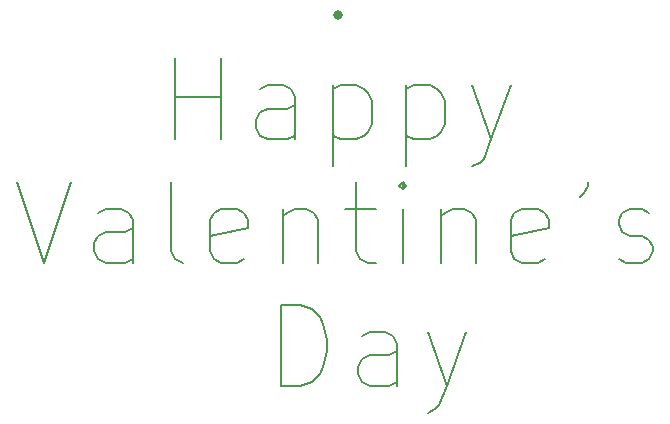
<source format=gbr>
G04 #@! TF.GenerationSoftware,KiCad,Pcbnew,(6.0.0-rc1-dev-305-gf0b8b21)*
G04 #@! TF.CreationDate,2020-02-04T16:23:11-08:00*
G04 #@! TF.ProjectId,Citlaly's Surprise,4369746C616C79277320537572707269,rev?*
G04 #@! TF.SameCoordinates,Original*
G04 #@! TF.FileFunction,Copper,L1,Top,Signal*
G04 #@! TF.FilePolarity,Positive*
%FSLAX46Y46*%
G04 Gerber Fmt 4.6, Leading zero omitted, Abs format (unit mm)*
G04 Created by KiCad (PCBNEW (6.0.0-rc1-dev-305-gf0b8b21)) date Tuesday, February 04, 2020 at 04:23:11 PM*
%MOMM*%
%LPD*%
G01*
G04 APERTURE LIST*
G04 #@! TA.AperFunction,NonConductor*
%ADD10C,0.150000*%
G04 #@! TD*
G04 #@! TA.AperFunction,ViaPad*
%ADD11C,0.800000*%
G04 #@! TD*
G04 APERTURE END LIST*
D10*
X150259142Y-73056428D02*
X150259142Y-66198428D01*
X150259142Y-69464142D02*
X154178000Y-69464142D01*
X154178000Y-73056428D02*
X154178000Y-66198428D01*
X160382857Y-73056428D02*
X160382857Y-69464142D01*
X160056285Y-68811000D01*
X159403142Y-68484428D01*
X158096857Y-68484428D01*
X157443714Y-68811000D01*
X160382857Y-72729857D02*
X159729714Y-73056428D01*
X158096857Y-73056428D01*
X157443714Y-72729857D01*
X157117142Y-72076714D01*
X157117142Y-71423571D01*
X157443714Y-70770428D01*
X158096857Y-70443857D01*
X159729714Y-70443857D01*
X160382857Y-70117285D01*
X163648571Y-68484428D02*
X163648571Y-75342428D01*
X163648571Y-68811000D02*
X164301714Y-68484428D01*
X165608000Y-68484428D01*
X166261142Y-68811000D01*
X166587714Y-69137571D01*
X166914285Y-69790714D01*
X166914285Y-71750142D01*
X166587714Y-72403285D01*
X166261142Y-72729857D01*
X165608000Y-73056428D01*
X164301714Y-73056428D01*
X163648571Y-72729857D01*
X169853428Y-68484428D02*
X169853428Y-75342428D01*
X169853428Y-68811000D02*
X170506571Y-68484428D01*
X171812857Y-68484428D01*
X172466000Y-68811000D01*
X172792571Y-69137571D01*
X173119142Y-69790714D01*
X173119142Y-71750142D01*
X172792571Y-72403285D01*
X172466000Y-72729857D01*
X171812857Y-73056428D01*
X170506571Y-73056428D01*
X169853428Y-72729857D01*
X175405142Y-68484428D02*
X177038000Y-73056428D01*
X178670857Y-68484428D02*
X177038000Y-73056428D01*
X176384857Y-74689285D01*
X176058285Y-75015857D01*
X175405142Y-75342428D01*
X136869714Y-76635428D02*
X139155714Y-83493428D01*
X141441714Y-76635428D01*
X146666857Y-83493428D02*
X146666857Y-79901142D01*
X146340285Y-79248000D01*
X145687142Y-78921428D01*
X144380857Y-78921428D01*
X143727714Y-79248000D01*
X146666857Y-83166857D02*
X146013714Y-83493428D01*
X144380857Y-83493428D01*
X143727714Y-83166857D01*
X143401142Y-82513714D01*
X143401142Y-81860571D01*
X143727714Y-81207428D01*
X144380857Y-80880857D01*
X146013714Y-80880857D01*
X146666857Y-80554285D01*
X150912285Y-83493428D02*
X150259142Y-83166857D01*
X149932571Y-82513714D01*
X149932571Y-76635428D01*
X156137428Y-83166857D02*
X155484285Y-83493428D01*
X154178000Y-83493428D01*
X153524857Y-83166857D01*
X153198285Y-82513714D01*
X153198285Y-79901142D01*
X153524857Y-79248000D01*
X154178000Y-78921428D01*
X155484285Y-78921428D01*
X156137428Y-79248000D01*
X156464000Y-79901142D01*
X156464000Y-80554285D01*
X153198285Y-81207428D01*
X159403142Y-78921428D02*
X159403142Y-83493428D01*
X159403142Y-79574571D02*
X159729714Y-79248000D01*
X160382857Y-78921428D01*
X161362571Y-78921428D01*
X162015714Y-79248000D01*
X162342285Y-79901142D01*
X162342285Y-83493428D01*
X164628285Y-78921428D02*
X167240857Y-78921428D01*
X165608000Y-76635428D02*
X165608000Y-82513714D01*
X165934571Y-83166857D01*
X166587714Y-83493428D01*
X167240857Y-83493428D01*
X169526857Y-83493428D02*
X169526857Y-78921428D01*
X169526857Y-76635428D02*
X169200285Y-76962000D01*
X169526857Y-77288571D01*
X169853428Y-76962000D01*
X169526857Y-76635428D01*
X169526857Y-77288571D01*
X172792571Y-78921428D02*
X172792571Y-83493428D01*
X172792571Y-79574571D02*
X173119142Y-79248000D01*
X173772285Y-78921428D01*
X174752000Y-78921428D01*
X175405142Y-79248000D01*
X175731714Y-79901142D01*
X175731714Y-83493428D01*
X181610000Y-83166857D02*
X180956857Y-83493428D01*
X179650571Y-83493428D01*
X178997428Y-83166857D01*
X178670857Y-82513714D01*
X178670857Y-79901142D01*
X178997428Y-79248000D01*
X179650571Y-78921428D01*
X180956857Y-78921428D01*
X181610000Y-79248000D01*
X181936571Y-79901142D01*
X181936571Y-80554285D01*
X178670857Y-81207428D01*
X185202285Y-76635428D02*
X185202285Y-76962000D01*
X184875714Y-77615142D01*
X184549142Y-77941714D01*
X187814857Y-83166857D02*
X188468000Y-83493428D01*
X189774285Y-83493428D01*
X190427428Y-83166857D01*
X190754000Y-82513714D01*
X190754000Y-82187142D01*
X190427428Y-81534000D01*
X189774285Y-81207428D01*
X188794571Y-81207428D01*
X188141428Y-80880857D01*
X187814857Y-80227714D01*
X187814857Y-79901142D01*
X188141428Y-79248000D01*
X188794571Y-78921428D01*
X189774285Y-78921428D01*
X190427428Y-79248000D01*
X159239857Y-93930428D02*
X159239857Y-87072428D01*
X160872714Y-87072428D01*
X161852428Y-87399000D01*
X162505571Y-88052142D01*
X162832142Y-88705285D01*
X163158714Y-90011571D01*
X163158714Y-90991285D01*
X162832142Y-92297571D01*
X162505571Y-92950714D01*
X161852428Y-93603857D01*
X160872714Y-93930428D01*
X159239857Y-93930428D01*
X169037000Y-93930428D02*
X169037000Y-90338142D01*
X168710428Y-89685000D01*
X168057285Y-89358428D01*
X166751000Y-89358428D01*
X166097857Y-89685000D01*
X169037000Y-93603857D02*
X168383857Y-93930428D01*
X166751000Y-93930428D01*
X166097857Y-93603857D01*
X165771285Y-92950714D01*
X165771285Y-92297571D01*
X166097857Y-91644428D01*
X166751000Y-91317857D01*
X168383857Y-91317857D01*
X169037000Y-90991285D01*
X171649571Y-89358428D02*
X173282428Y-93930428D01*
X174915285Y-89358428D02*
X173282428Y-93930428D01*
X172629285Y-95563285D01*
X172302714Y-95889857D01*
X171649571Y-96216428D01*
D11*
G04 #@! TO.N,*
X164084000Y-62484000D03*
G04 #@! TD*
M02*

</source>
